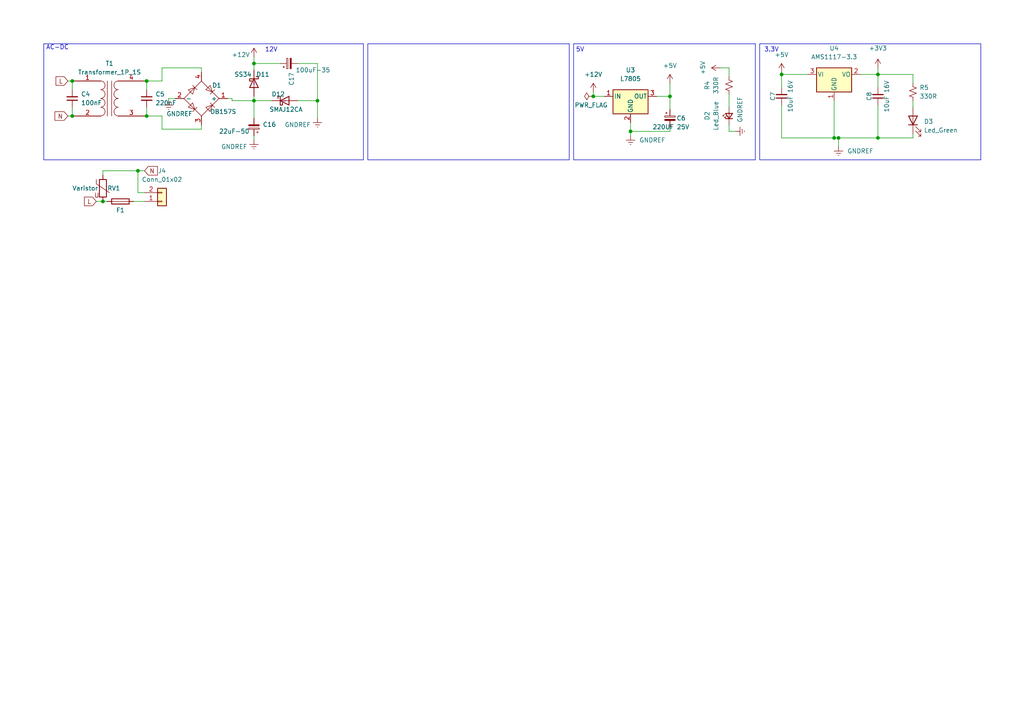
<source format=kicad_sch>
(kicad_sch (version 20230121) (generator eeschema)
  (paper "A4")
  (lib_symbols
    (symbol "Connector_Generic:Conn_01x02" (pin_names (offset 1.016) hide)
      (property "Reference" "J" (at 0 2.54 0))
      (property "Value" "Conn_01x02" (at 0 -5.08 0))
      (symbol "Conn_01x02_1_1"
        (rectangle (start -1.27 -2.413) (end 0 -2.667) (stroke (width 0.1524)))
        (rectangle (start -1.27 0.127) (end 0 -0.127) (stroke (width 0.1524)))
        (rectangle (start -1.27 1.27) (end 1.27 -3.81) (stroke (width 0.254)) (fill (type background)))
        (pin passive line (at -5.08 0 0) (length 3.81) (name "Pin_1") (number "1"))
        (pin passive line (at -5.08 -2.54 0) (length 3.81) (name "Pin_2") (number "2"))
      )
    )
    (symbol "Device:C_Polarized_Small" (pin_numbers hide) (pin_names (offset 0.254) hide)
      (property "Reference" "C" (at 0.254 1.778 0))
      (property "Value" "C_Polarized_Small" (at 0.254 -2.032 0))
      (symbol "C_Polarized_Small_0_1"
        (rectangle (start -1.524 -0.3048) (end 1.524 -0.6858) (fill (type outline)))
        (rectangle (start -1.524 0.6858) (end 1.524 0.3048))
        (polyline (pts (xy -1.27 1.524) (xy -0.762 1.524)))
        (polyline (pts (xy -1.016 1.27) (xy -1.016 1.778)))
      )
      (symbol "C_Polarized_Small_1_1"
        (pin passive line (at 0 2.54 270) (length 1.8542) (name "~") (number "1"))
        (pin passive line (at 0 -2.54 90) (length 1.8542) (name "~") (number "2"))
      )
    )
    (symbol "Device:C_Small" (pin_numbers hide) (pin_names (offset 0.254) hide)
      (property "Reference" "C" (at 0.254 1.778 0))
      (property "Value" "C_Small" (at 0.254 -2.032 0))
      (symbol "C_Small_0_1"
        (polyline (pts (xy -1.524 -0.508) (xy 1.524 -0.508)) (stroke (width 0.3302)))
        (polyline (pts (xy -1.524 0.508) (xy 1.524 0.508)) (stroke (width 0.3048)))
      )
      (symbol "C_Small_1_1"
        (pin passive line (at 0 2.54 270) (length 2.032) (name "~") (number "1"))
        (pin passive line (at 0 -2.54 90) (length 2.032) (name "~") (number "2"))
      )
    )
    (symbol "Device:D_Schottky" (pin_numbers hide) (pin_names (offset 1.016) hide)
      (property "Reference" "D" (at 0 2.54 0))
      (property "Value" "D_Schottky" (at 0 -2.54 0))
      (symbol "D_Schottky_0_1"
        (polyline (pts (xy 1.27 0) (xy -1.27 0)))
        (polyline (pts (xy 1.27 1.27) (xy 1.27 -1.27) (xy -1.27 0) (xy 1.27 1.27)) (stroke (width 0.254)))
        (polyline (pts (xy -1.905 0.635) (xy -1.905 1.27) (xy -1.27 1.27) (xy -1.27 -1.27) (xy -0.635 -1.27) (xy -0.635 -0.635)) (stroke (width 0.254)))
      )
      (symbol "D_Schottky_1_1"
        (pin passive line (at -3.81 0 0) (length 2.54) (name "K") (number "1"))
        (pin passive line (at 3.81 0 180) (length 2.54) (name "A") (number "2"))
      )
    )
    (symbol "Device:Fuse" (pin_numbers hide) (pin_names (offset 0))
      (property "Reference" "F" (at 2.032 0 90))
      (property "Value" "Fuse" (at -1.905 0 90))
      (symbol "Fuse_0_1"
        (rectangle (start -0.762 -2.54) (end 0.762 2.54) (stroke (width 0.254)))
        (polyline (pts (xy 0 2.54) (xy 0 -2.54)))
      )
      (symbol "Fuse_1_1"
        (pin passive line (at 0 3.81 270) (length 1.27) (name "~") (number "1"))
        (pin passive line (at 0 -3.81 90) (length 1.27) (name "~") (number "2"))
      )
    )
    (symbol "Device:LED" (pin_numbers hide) (pin_names (offset 1.016) hide)
      (property "Reference" "D" (at 0 2.54 0))
      (property "Value" "LED" (at 0 -2.54 0))
      (symbol "LED_0_1"
        (polyline (pts (xy -1.27 -1.27) (xy -1.27 1.27)) (stroke (width 0.254)))
        (polyline (pts (xy -1.27 0) (xy 1.27 0)))
        (polyline (pts (xy 1.27 -1.27) (xy 1.27 1.27) (xy -1.27 0) (xy 1.27 -1.27)) (stroke (width 0.254)))
        (polyline (pts (xy -3.048 -0.762) (xy -4.572 -2.286) (xy -3.81 -2.286) (xy -4.572 -2.286) (xy -4.572 -1.524)))
        (polyline (pts (xy -1.778 -0.762) (xy -3.302 -2.286) (xy -2.54 -2.286) (xy -3.302 -2.286) (xy -3.302 -1.524)))
      )
      (symbol "LED_1_1"
        (pin passive line (at -3.81 0 0) (length 2.54) (name "K") (number "1"))
        (pin passive line (at 3.81 0 180) (length 2.54) (name "A") (number "2"))
      )
    )
    (symbol "Device:LED_Small" (pin_numbers hide) (pin_names (offset 0.254) hide)
      (property "Reference" "D" (at -1.27 3.175 0))
      (property "Value" "LED_Small" (at -4.445 -2.54 0))
      (symbol "LED_Small_0_1"
        (polyline (pts (xy -0.762 -1.016) (xy -0.762 1.016)) (stroke (width 0.254)))
        (polyline (pts (xy 1.016 0) (xy -0.762 0)))
        (polyline (pts (xy 0.762 -1.016) (xy -0.762 0) (xy 0.762 1.016) (xy 0.762 -1.016)) (stroke (width 0.254)))
        (polyline (pts (xy 0 0.762) (xy -0.508 1.27) (xy -0.254 1.27) (xy -0.508 1.27) (xy -0.508 1.016)))
        (polyline (pts (xy 0.508 1.27) (xy 0 1.778) (xy 0.254 1.778) (xy 0 1.778) (xy 0 1.524)))
      )
      (symbol "LED_Small_1_1"
        (pin passive line (at -2.54 0 0) (length 1.778) (name "K") (number "1"))
        (pin passive line (at 2.54 0 180) (length 1.778) (name "A") (number "2"))
      )
    )
    (symbol "Device:R_Small_US" (pin_numbers hide) (pin_names (offset 0.254) hide)
      (property "Reference" "R" (at 0.762 0.508 0))
      (property "Value" "R_Small_US" (at 0.762 -1.016 0))
      (symbol "R_Small_US_1_1"
        (polyline (pts (xy 0 0) (xy 1.016 -0.381) (xy 0 -0.762) (xy -1.016 -1.143) (xy 0 -1.524)))
        (polyline (pts (xy 0 1.524) (xy 1.016 1.143) (xy 0 0.762) (xy -1.016 0.381) (xy 0 0)))
        (pin passive line (at 0 2.54 270) (length 1.016) (name "~") (number "1"))
        (pin passive line (at 0 -2.54 90) (length 1.016) (name "~") (number "2"))
      )
    )
    (symbol "Device:Transformer_1P_1S" (pin_names (offset 1.016) hide)
      (property "Reference" "T" (at 0 6.35 0))
      (property "Value" "Transformer_1P_1S" (at 0 -7.62 0))
      (symbol "Transformer_1P_1S_0_1"
        (arc (start -2.54 -5.0546) (mid -1.6599 -4.6901) (end -1.27 -3.81))
        (arc (start -2.54 -2.5146) (mid -1.6599 -2.1501) (end -1.27 -1.27))
        (arc (start -2.54 0.0254) (mid -1.6599 0.3899) (end -1.27 1.27))
        (arc (start -2.54 2.5654) (mid -1.6599 2.9299) (end -1.27 3.81))
        (arc (start -1.27 -3.81) (mid -1.642 -2.912) (end -2.54 -2.54))
        (arc (start -1.27 -1.27) (mid -1.642 -0.372) (end -2.54 0))
        (arc (start -1.27 1.27) (mid -1.642 2.168) (end -2.54 2.54))
        (arc (start -1.27 3.81) (mid -1.642 4.708) (end -2.54 5.08))
        (polyline (pts (xy -0.635 5.08) (xy -0.635 -5.08)))
        (polyline (pts (xy 0.635 -5.08) (xy 0.635 5.08)))
        (arc (start 1.2954 -1.27) (mid 1.6599 -2.1501) (end 2.54 -2.5146))
        (arc (start 1.2954 1.27) (mid 1.6599 0.3899) (end 2.54 0.0254))
        (arc (start 1.2954 3.81) (mid 1.6599 2.9299) (end 2.54 2.5654))
        (arc (start 1.3208 -3.81) (mid 1.6853 -4.6901) (end 2.5654 -5.0546))
        (arc (start 2.54 0) (mid 1.642 -0.372) (end 1.2954 -1.27))
        (arc (start 2.54 2.54) (mid 1.642 2.168) (end 1.2954 1.27))
        (arc (start 2.54 5.08) (mid 1.642 4.708) (end 1.2954 3.81))
        (arc (start 2.5654 -2.54) (mid 1.6674 -2.912) (end 1.3208 -3.81))
      )
      (symbol "Transformer_1P_1S_1_1"
        (pin passive line (at -10.16 5.08 0) (length 7.62) (name "AA") (number "1"))
        (pin passive line (at -10.16 -5.08 0) (length 7.62) (name "AB") (number "2"))
        (pin passive line (at 10.16 -5.08 180) (length 7.62) (name "SA") (number "3"))
        (pin passive line (at 10.16 5.08 180) (length 7.62) (name "SB") (number "4"))
      )
    )
    (symbol "Device:Varistor" (pin_numbers hide) (pin_names (offset 0))
      (property "Reference" "RV" (at 3.175 0 90))
      (property "Value" "Varistor" (at -3.175 0 90))
      (symbol "Varistor_0_0"
        (text "U" (at -1.778 -2.032 0) (effects (font (size 1.27 1.27))))
      )
      (symbol "Varistor_0_1"
        (rectangle (start -1.016 -2.54) (end 1.016 2.54) (stroke (width 0.254)))
        (polyline (pts (xy -1.905 2.54) (xy -1.905 1.27) (xy 1.905 -1.27)))
      )
      (symbol "Varistor_1_1"
        (pin passive line (at 0 3.81 270) (length 1.27) (name "~") (number "1"))
        (pin passive line (at 0 -3.81 90) (length 1.27) (name "~") (number "2"))
      )
    )
    (symbol "M3SYMBOL:Bridge_Rectifier"
      (property "Reference" "D" (at 5.08 2.54 0))
      (property "Value" "Bridge_Rectifier" (at 7.62 6.35 0))
      (symbol "Bridge_Rectifier_0_1"
        (polyline (pts (xy -2.54 3.81) (xy -1.27 2.54)))
        (polyline (pts (xy -1.27 -2.54) (xy -2.54 -3.81)))
        (polyline (pts (xy 2.54 -1.27) (xy 3.81 -2.54)))
        (polyline (pts (xy 2.54 1.27) (xy 3.81 2.54)))
        (polyline (pts (xy -3.81 2.54) (xy -2.54 1.27) (xy -1.905 3.175) (xy -3.81 2.54)))
        (polyline (pts (xy -2.54 -1.27) (xy -3.81 -2.54) (xy -1.905 -3.175) (xy -2.54 -1.27)))
        (polyline (pts (xy 1.27 2.54) (xy 2.54 3.81) (xy 3.175 1.905) (xy 1.27 2.54)))
        (polyline (pts (xy 3.175 -1.905) (xy 1.27 -2.54) (xy 2.54 -3.81) (xy 3.175 -1.905)))
        (polyline (pts (xy -5.08 0) (xy 0 -5.08) (xy 5.08 0) (xy 0 5.08) (xy -5.08 0)))
      )
      (symbol "Bridge_Rectifier_1_1"
        (pin passive line (at 7.62 0 180) (length 2.54) (name "+") (number "1"))
        (pin passive line (at -7.62 0 0) (length 2.54) (name "-") (number "2"))
        (pin passive line (at 0 -7.62 90) (length 2.54) (name "~") (number "3"))
        (pin passive line (at 0 7.62 270) (length 2.54) (name "~") (number "4"))
      )
    )
    (symbol "Regulator_Linear:L7812" (pin_names (offset 0.254))
      (property "Reference" "U" (at -3.81 3.175 0))
      (property "Value" "L7812" (at 0 3.175 0))
      (symbol "L7812_0_1"
        (rectangle (start -5.08 1.905) (end 5.08 -5.08) (stroke (width 0.254)) (fill (type background)))
      )
      (symbol "L7812_1_1"
        (pin power_in line (at -7.62 0 0) (length 2.54) (name "IN") (number "1"))
        (pin power_in line (at 0 -7.62 90) (length 2.54) (name "GND") (number "2"))
        (pin power_out line (at 7.62 0 180) (length 2.54) (name "OUT") (number "3"))
      )
    )
    (symbol "Regulator_Linear:LM1117-3.3" (pin_names (offset 0.254))
      (property "Reference" "U" (at -3.81 3.175 0))
      (property "Value" "LM1117-3.3" (at 0 3.175 0))
      (symbol "LM1117-3.3_0_1"
        (rectangle (start -5.08 -5.08) (end 5.08 1.905) (stroke (width 0.254)) (fill (type background)))
      )
      (symbol "LM1117-3.3_1_1"
        (pin power_in line (at 0 -7.62 90) (length 2.54) (name "GND") (number "1"))
        (pin power_out line (at 7.62 0 180) (length 2.54) (name "VO") (number "2"))
        (pin power_in line (at -7.62 0 0) (length 2.54) (name "VI") (number "3"))
      )
    )
    (symbol "power:+12V" (power) (pin_names (offset 0))
      (property "Value" "+12V" (at 0 3.556 0))
      (symbol "+12V_0_1"
        (polyline (pts (xy -0.762 1.27) (xy 0 2.54)))
        (polyline (pts (xy 0 0) (xy 0 2.54)))
        (polyline (pts (xy 0 2.54) (xy 0.762 1.27)))
      )
      (symbol "+12V_1_1"
        (pin power_in line (at 0 0 90) (length 0) hide (name "+12V") (number "1"))
      )
    )
    (symbol "power:+3.3V" (power) (pin_names (offset 0))
      (property "Value" "+3.3V" (at 0 3.556 0))
      (symbol "+3.3V_0_1"
        (polyline (pts (xy -0.762 1.27) (xy 0 2.54)))
        (polyline (pts (xy 0 0) (xy 0 2.54)))
        (polyline (pts (xy 0 2.54) (xy 0.762 1.27)))
      )
      (symbol "+3.3V_1_1"
        (pin power_in line (at 0 0 90) (length 0) hide (name "+3V3") (number "1"))
      )
    )
    (symbol "power:+5V" (power) (pin_names (offset 0))
      (property "Value" "+5V" (at 0 3.556 0))
      (symbol "+5V_0_1"
        (polyline (pts (xy -0.762 1.27) (xy 0 2.54)))
        (polyline (pts (xy 0 0) (xy 0 2.54)))
        (polyline (pts (xy 0 2.54) (xy 0.762 1.27)))
      )
      (symbol "+5V_1_1"
        (pin power_in line (at 0 0 90) (length 0) hide (name "+5V") (number "1"))
      )
    )
    (symbol "power:GNDREF" (power) (pin_names (offset 0))
      (property "Value" "GNDREF" (at 0 -3.81 0))
      (symbol "GNDREF_0_1"
        (polyline (pts (xy -0.635 -1.905) (xy 0.635 -1.905)))
        (polyline (pts (xy -0.127 -2.54) (xy 0.127 -2.54)))
        (polyline (pts (xy 0 -1.27) (xy 0 0)))
        (polyline (pts (xy 1.27 -1.27) (xy -1.27 -1.27)))
      )
      (symbol "GNDREF_1_1"
        (pin power_in line (at 0 0 270) (length 0) hide (name "GNDREF") (number "1"))
      )
    )
    (symbol "power:PWR_FLAG" (power) (pin_numbers hide) (pin_names (offset 0) hide)
      (property "Value" "PWR_FLAG" (at 0 3.81 0))
      (symbol "PWR_FLAG_0_0"
        (pin power_out line (at 0 0 90) (length 0) (name "pwr") (number "1"))
      )
      (symbol "PWR_FLAG_0_1"
        (polyline (pts (xy 0 0) (xy 0 1.27) (xy -1.016 1.905) (xy 0 2.54) (xy 1.016 1.905) (xy 0 1.27)))
      )
    )
  )
  (junction (at 172.085 27.94))
  (junction (at 254.635 40.005))
  (junction (at 243.205 40.005))
  (junction (at 20.955 23.495))
  (junction (at 73.66 29.21))
  (junction (at 40.005 49.53))
  (junction (at 92.075 29.21))
  (junction (at 194.31 27.94))
  (junction (at 42.545 33.655))
  (junction (at 182.88 38.1))
  (junction (at 241.935 40.005))
  (junction (at 42.545 23.495))
  (junction (at 20.955 33.655))
  (junction (at 29.845 58.42))
  (junction (at 73.66 18.415))
  (junction (at 226.695 21.59))
  (junction (at 254.635 21.59))
  (wire (pts (xy 42.545 23.495) (xy 46.99 23.495)))
  (wire (pts (xy 226.695 40.005) (xy 226.695 30.48)))
  (wire (pts (xy 19.685 23.495) (xy 20.955 23.495)))
  (wire (pts (xy 40.005 49.53) (xy 41.91 49.53)))
  (wire (pts (xy 182.88 38.1) (xy 182.88 39.37)))
  (wire (pts (xy 20.955 23.495) (xy 21.59 23.495)))
  (wire (pts (xy 194.31 27.94) (xy 194.31 31.75)))
  (wire (pts (xy 92.075 18.415) (xy 92.075 29.21)))
  (polyline (pts (xy 106.68 12.7) (xy 165.1 12.7)))
  (wire (pts (xy 264.795 29.21) (xy 264.795 31.115)))
  (polyline (pts (xy 166.37 12.7) (xy 166.37 46.355)))
  (wire (pts (xy 58.42 19.685) (xy 58.42 20.955)))
  (polyline (pts (xy 284.48 46.355) (xy 284.48 12.7)))
  (wire (pts (xy 211.455 19.685) (xy 211.455 22.225)))
  (wire (pts (xy 226.695 21.59) (xy 226.695 25.4)))
  (wire (pts (xy 172.085 26.67) (xy 172.085 27.94)))
  (wire (pts (xy 211.455 36.195) (xy 211.455 38.1)))
  (wire (pts (xy 20.955 33.655) (xy 21.59 33.655)))
  (wire (pts (xy 226.695 21.59) (xy 234.315 21.59)))
  (wire (pts (xy 19.685 33.655) (xy 20.955 33.655)))
  (wire (pts (xy 92.075 29.21) (xy 92.075 34.29)))
  (wire (pts (xy 38.735 58.42) (xy 41.91 58.42)))
  (wire (pts (xy 42.545 23.495) (xy 42.545 26.035)))
  (wire (pts (xy 20.955 31.115) (xy 20.955 33.655)))
  (polyline (pts (xy 106.68 46.355) (xy 165.1 46.355)))
  (wire (pts (xy 46.99 37.465) (xy 58.42 37.465)))
  (wire (pts (xy 42.545 33.655) (xy 46.99 33.655)))
  (wire (pts (xy 211.455 31.115) (xy 211.455 27.305)))
  (wire (pts (xy 41.91 33.655) (xy 42.545 33.655)))
  (wire (pts (xy 86.36 29.21) (xy 92.075 29.21)))
  (polyline (pts (xy 12.7 12.7) (xy 12.7 46.355)))
  (wire (pts (xy 20.955 23.495) (xy 20.955 26.035)))
  (wire (pts (xy 73.66 40.64) (xy 73.66 39.37)))
  (wire (pts (xy 254.635 30.48) (xy 254.635 40.005)))
  (polyline (pts (xy 106.68 12.7) (xy 106.68 46.355)))
  (wire (pts (xy 194.31 38.1) (xy 182.88 38.1)))
  (wire (pts (xy 182.88 35.56) (xy 182.88 38.1)))
  (wire (pts (xy 243.205 40.005) (xy 241.935 40.005)))
  (polyline (pts (xy 105.41 46.355) (xy 105.41 12.7)))
  (polyline (pts (xy 166.37 46.355) (xy 219.075 46.355)))
  (wire (pts (xy 264.795 21.59) (xy 264.795 24.13)))
  (wire (pts (xy 40.005 49.53) (xy 40.005 55.88)))
  (wire (pts (xy 254.635 40.005) (xy 243.205 40.005)))
  (wire (pts (xy 40.005 55.88) (xy 41.91 55.88)))
  (polyline (pts (xy 12.7 12.7) (xy 13.335 12.7)))
  (wire (pts (xy 67.31 29.21) (xy 73.66 29.21)))
  (wire (pts (xy 27.94 58.42) (xy 29.845 58.42)))
  (wire (pts (xy 254.635 21.59) (xy 254.635 25.4)))
  (wire (pts (xy 264.795 38.735) (xy 264.795 40.005)))
  (wire (pts (xy 73.66 18.415) (xy 73.66 20.32)))
  (wire (pts (xy 73.66 18.415) (xy 81.28 18.415)))
  (wire (pts (xy 226.695 20.955) (xy 226.695 21.59)))
  (polyline (pts (xy 220.345 12.7) (xy 220.345 46.355)))
  (wire (pts (xy 241.935 40.005) (xy 226.695 40.005)))
  (polyline (pts (xy 12.7 46.355) (xy 105.41 46.355)))
  (wire (pts (xy 46.99 23.495) (xy 46.99 19.685)))
  (wire (pts (xy 73.66 29.21) (xy 73.66 34.29)))
  (wire (pts (xy 48.895 28.575) (xy 50.8 28.575)))
  (wire (pts (xy 243.205 40.005) (xy 243.205 42.545)))
  (polyline (pts (xy 220.345 12.7) (xy 284.48 12.7)))
  (wire (pts (xy 241.935 29.21) (xy 241.935 40.005)))
  (polyline (pts (xy 220.345 46.355) (xy 284.48 46.355)))
  (polyline (pts (xy 166.37 12.7) (xy 219.075 12.7)))
  (polyline (pts (xy 13.335 12.7) (xy 105.41 12.7)))
  (wire (pts (xy 172.085 27.94) (xy 175.26 27.94)))
  (polyline (pts (xy 219.075 46.355) (xy 219.075 12.7)))
  (wire (pts (xy 254.635 21.59) (xy 249.555 21.59)))
  (wire (pts (xy 29.845 58.42) (xy 31.115 58.42)))
  (wire (pts (xy 46.99 33.655) (xy 46.99 37.465)))
  (wire (pts (xy 194.31 36.83) (xy 194.31 38.1)))
  (wire (pts (xy 73.66 29.21) (xy 78.74 29.21)))
  (wire (pts (xy 254.635 19.685) (xy 254.635 21.59)))
  (wire (pts (xy 254.635 21.59) (xy 264.795 21.59)))
  (wire (pts (xy 73.66 27.94) (xy 73.66 29.21)))
  (wire (pts (xy 194.31 24.13) (xy 194.31 27.94)))
  (wire (pts (xy 48.895 29.21) (xy 48.895 28.575)))
  (wire (pts (xy 67.31 29.21) (xy 67.31 28.575)))
  (wire (pts (xy 58.42 36.195) (xy 58.42 37.465)))
  (wire (pts (xy 264.795 40.005) (xy 254.635 40.005)))
  (wire (pts (xy 208.915 19.685) (xy 211.455 19.685)))
  (wire (pts (xy 46.99 19.685) (xy 58.42 19.685)))
  (wire (pts (xy 86.36 18.415) (xy 92.075 18.415)))
  (polyline (pts (xy 165.1 46.355) (xy 165.1 12.7)))
  (wire (pts (xy 211.455 38.1) (xy 213.36 38.1)))
  (wire (pts (xy 41.91 23.495) (xy 42.545 23.495)))
  (wire (pts (xy 73.66 16.51) (xy 73.66 18.415)))
  (wire (pts (xy 29.845 49.53) (xy 40.005 49.53)))
  (wire (pts (xy 29.845 50.8) (xy 29.845 49.53)))
  (wire (pts (xy 42.545 31.115) (xy 42.545 33.655)))
  (wire (pts (xy 67.31 28.575) (xy 66.04 28.575)))
  (wire (pts (xy 194.31 27.94) (xy 190.5 27.94)))
  (text "AC-DC" (at 13.335 14.605 0) (effects (font (size 1.27 1.27)) (justify left bottom)))
  (text "5V" (at 167.005 15.24 0) (effects (font (size 1.27 1.27)) (justify left bottom)))
  (text "3.3V" (at 221.615 15.24 0) (effects (font (size 1.27 1.27)) (justify left bottom)))
  (text "12V" (at 76.835 15.24 0) (effects (font (size 1.27 1.27)) (justify left bottom)))
  (global_label "L" (shape input) (at 19.685 23.495 180) (property "Intersheetrefs" "${INTERSHEET_REFS}" (effects hide)))
  (global_label "L" (shape input) (at 27.94 58.42 180) (property "Intersheetrefs" "${INTERSHEET_REFS}" (effects hide)))
  (global_label "N" (shape input) (at 19.685 33.655 180) (property "Intersheetrefs" "${INTERSHEET_REFS}" (effects hide)))
  (global_label "N" (shape input) (at 41.91 49.53 0) (property "Intersheetrefs" "${INTERSHEET_REFS}" (effects hide)))
  (symbol (lib_id "Device:C_Small") (at 42.545 28.575 0) (unit 1)
    (property "Reference" "C5" (at 45.085 27.3112 0) (effects (justify left)))
    (property "Value" "220nF" (at 45.085 29.8512 0) (effects (justify left)))
    (property "Footprint" "Capacitor_THT:C_Rect_L13.0mm_W8.0mm_P10.00mm_FKS3_FKP3_MKS4" (effects hide))
    (property "Link" "https://www.ozdisan.com/pasif-komponentler/kondansatorler/film-kondansatorler/224K310V" (effects hide))
  )
  (symbol (lib_id "Device:D_Schottky") (at 73.66 24.13 270) (unit 1)
    (property "Reference" "D11" (at 74.295 21.59 90) (effects (justify left)))
    (property "Value" "SS34" (at 67.945 21.59 90) (effects (justify left)))
    (property "Footprint" "Diode_SMD:D_SMB" (effects hide))
    (property "Datasheet" "~" (at 73.66 24.13 0))
    (property "Link" "SS34" (effects hide))
    (instances (project "esp_automation" (path "" (reference "D11") (unit 1))) (project "Cold_Room_Controller" (path "" (reference "D9") (unit 1))))
  )
  (symbol (lib_id "Device:D_Schottky") (at 82.55 29.21 0) (unit 1)
    (property "Reference" "D12" (at 78.74 27.305 0) (effects (justify left)))
    (property "Value" "SMAJ12CA" (at 78.105 31.75 0) (effects (justify left)))
    (property "Footprint" "Diode_SMD:D_SMB" (effects hide))
    (property "Datasheet" "~" (at 82.55 29.21 0))
    (property "Link" "SS34" (effects hide))
  )
  (symbol (lib_id "power:+12V") (at 73.66 16.51 0) (unit 1)
    (property "Reference" "#PWR035" (effects hide))
    (property "Value" "+12V" (at 69.85 15.875 0))
    (instances (project "esp_automation" (path "" (reference "#PWR035") (unit 1))) (project "Cold_Room_Controller" (path "" (reference "#PWR021") (unit 1))))
  )
  (symbol (lib_id "Device:C_Polarized_Small") (at 83.82 18.415 90) (unit 1)
    (property "Reference" "C17" (at 84.544 20.955 0) (effects (justify right)))
    (property "Value" "100uF-35" (at 85.725 20.32 90) (effects (justify right)))
    (property "Footprint" "Capacitor_SMD:CP_Elec_6.3x7.7" (effects hide))
  )
  (symbol (lib_id "Device:C_Small") (at 254.635 27.94 180) (unit 1)
    (property "Reference" "C8" (at 252.095 27.94 90))
    (property "Value" "10uF 16V" (at 257.175 27.94 90))
    (property "Footprint" "Capacitor_SMD:C_0805_2012Metric" (effects hide))
    (property "LİNK1" "CL21A106KOQNNNE" (effects hide))
  )
  (symbol (lib_id "power:GNDREF") (at 213.36 38.1 90) (unit 1)
    (property "Reference" "#PWR022" (effects hide))
    (property "Value" "GNDREF" (at 214.6299 35.56 0) (effects (justify left)))
  )
  (symbol (lib_id "power:+12V") (at 172.085 26.67 0) (unit 1)
    (property "Reference" "#PWR018" (effects hide))
    (property "Value" "+12V" (at 172.085 21.59 0))
  )
  (symbol (lib_id "Regulator_Linear:LM1117-3.3") (at 241.935 21.59 0) (unit 1)
    (property "Reference" "U4" (at 241.935 13.97 0))
    (property "Value" "AMS1117-3.3" (at 241.935 16.51 0))
    (property "Footprint" "Package_TO_SOT_SMD:SOT-223-3_TabPin2" (effects hide))
    (property "Datasheet" "http://www.ti.com/lit/ds/symlink/lm1117.pdf" (effects hide))
    (property "LİNK1" "https://ozdisan.com/entegre-devreler-ics/guc-entegreleri/lineer-voltaj-regulatorleri/LM1117GS-3-3-HTC" (effects hide))
  )
  (symbol (lib_id "power:GNDREF") (at 243.205 42.545 0) (unit 1)
    (property "Reference" "#PWR024" (effects hide))
    (property "Value" "GNDREF" (at 245.745 43.8149 0) (effects (justify left)))
  )
  (symbol (lib_id "Device:Varistor") (at 29.845 54.61 0) (unit 1)
    (property "Reference" "RV1" (at 31.115 54.61 0) (effects (justify left)))
    (property "Value" "Varistor" (at 20.955 54.61 0) (effects (justify left)))
    (property "Footprint" "Varistor:RV_Disc_D12mm_W5mm_P7.5mm" (effects hide))
  )
  (symbol (lib_id "power:+3.3V") (at 254.635 19.685 0) (unit 1)
    (property "Reference" "#PWR025" (effects hide))
    (property "Value" "+3.3V" (at 254.635 13.97 0))
  )
  (symbol (lib_id "M3SYMBOL:Bridge_Rectifier") (at 58.42 28.575 0) (unit 1)
    (property "Reference" "D1" (at 62.865 24.765 0))
    (property "Value" "DB157S" (at 64.77 32.385 0))
    (property "Footprint" "Package_TO_SOT_SMD:TO-269AA" (effects hide))
  )
  (symbol (lib_id "power:+5V") (at 208.915 19.685 90) (unit 1)
    (property "Reference" "#PWR021" (effects hide))
    (property "Value" "+5V" (at 203.835 19.685 0))
  )
  (symbol (lib_id "Device:C_Polarized_Small") (at 73.66 36.83 180) (unit 1)
    (property "Reference" "C16" (at 76.2 36.106 0) (effects (justify right)))
    (property "Value" "22uF-50" (at 63.5 38.1 0) (effects (justify right)))
    (property "Footprint" "Capacitor_SMD:CP_Elec_6.3x7.7" (effects hide))
  )
  (symbol (lib_id "Device:LED_Small") (at 211.455 33.655 90) (unit 1)
    (property "Reference" "D2" (at 205.105 33.5915 0))
    (property "Value" "Led_Blue" (at 207.645 33.5915 0))
    (property "Footprint" "LED_SMD:LED_0805_2012Metric" (effects hide))
  )
  (symbol (lib_id "power:PWR_FLAG") (at 172.085 27.94 90) (unit 1)
    (property "Reference" "#FLG02" (effects hide))
    (property "Value" "PWR_FLAG" (at 171.45 30.48 90))
  )
  (symbol (lib_id "Device:C_Small") (at 226.695 27.94 180) (unit 1)
    (property "Reference" "C7" (at 224.155 27.94 90))
    (property "Value" "10uF 16V" (at 229.235 27.94 90))
    (property "Footprint" "Capacitor_SMD:C_0805_2012Metric" (effects hide))
    (property "LİNK1" "CL21A106KOQNNNE" (effects hide))
  )
  (symbol (lib_id "power:+5V") (at 194.31 24.13 0) (unit 1)
    (property "Reference" "#PWR020" (effects hide))
    (property "Value" "+5V" (at 194.31 19.05 0))
  )
  (symbol (lib_id "power:GNDREF") (at 48.895 29.21 0) (unit 1)
    (property "Reference" "#PWR016" (effects hide))
    (property "Value" "GNDREF" (at 48.26 33.02 0) (effects (justify left)))
  )
  (symbol (lib_id "power:GNDREF") (at 182.88 39.37 0) (unit 1)
    (property "Reference" "#PWR019" (effects hide))
    (property "Value" "GNDREF" (at 185.42 40.6399 0) (effects (justify left)))
  )
  (symbol (lib_id "Device:R_Small_US") (at 264.795 26.67 180) (unit 1)
    (property "Reference" "R5" (at 266.7 25.3999 0) (effects (justify right)))
    (property "Value" "330R" (at 266.7 27.9399 0) (effects (justify right)))
    (property "Footprint" "Resistor_SMD:R_0805_2012Metric" (effects hide))
    (property "LİNK1" "https://ozdisan.com/p/smt-smd-ve-cip-direncler-107?sortOrder=priceSK_asc&IsNew=false&IsOpportunity=false&SearchText=3.3K%200603" (effects hide))
  )
  (symbol (lib_id "power:GNDREF") (at 92.075 34.29 0) (unit 1)
    (property "Reference" "#PWR037" (effects hide))
    (property "Value" "GNDREF" (at 82.55 36.195 0) (effects (justify left)))
    (instances (project "esp_automation" (path "" (reference "#PWR037") (unit 1))) (project "Cold_Room_Controller" (path "" (reference "#PWR0107") (unit 1))))
  )
  (symbol (lib_id "Device:Transformer_1P_1S") (at 31.75 28.575 0) (unit 1)
    (property "Reference" "T1" (at 31.7627 18.415 0))
    (property "Value" "Transformer_1P_1S" (at 31.7627 20.955 0))
    (property "Footprint" "gkhnmlym:ASLAN220-12VAC" (effects hide))
  )
  (symbol (lib_id "Device:C_Polarized_Small") (at 194.31 34.29 0) (unit 1)
    (property "Reference" "C6" (at 196.215 34.29 0) (effects (justify left)))
    (property "Value" "220UF 25V" (at 189.23 36.83 0) (effects (justify left)))
    (property "Footprint" "Capacitor_SMD:CP_Elec_8x10.5" (effects hide))
  )
  (symbol (lib_id "Connector_Generic:Conn_01x02") (at 46.99 58.42 0) (mirror x) (unit 1)
    (property "Reference" "J4" (at 46.99 49.53 0))
    (property "Value" "Conn_01x02" (at 46.99 52.07 0))
    (property "Footprint" "TerminalBlock_Phoenix:TerminalBlock_Phoenix_MKDS-1,5-2-5.08_1x02_P5.08mm_Horizontal" (effects hide))
  )
  (symbol (lib_id "Regulator_Linear:L7812") (at 182.88 27.94 0) (unit 1)
    (property "Reference" "U3" (at 182.88 20.32 0))
    (property "Value" "L7805" (at 182.88 22.86 0))
    (property "Footprint" "Package_TO_SOT_SMD:TO-252-2" (effects hide))
    (property "Datasheet" "http://www.st.com/content/ccc/resource/technical/document/datasheet/41/4f/b3/b0/12/d4/47/88/CD00000444.pdf/files/CD00000444.pdf/jcr:content/translations/en.CD00000444.pdf" (effects hide))
  )
  (symbol (lib_id "Device:LED") (at 264.795 34.925 90) (unit 1)
    (property "Reference" "D3" (at 267.97 35.2424 90) (effects (justify right)))
    (property "Value" "Led_Green" (at 267.97 37.7824 90) (effects (justify right)))
    (property "Footprint" "LED_SMD:LED_0805_2012Metric" (effects hide))
    (property "LİNK1" "https://ozdisan.com/led-ve-aydinlatma-cozumleri/led-komponentler/sinyal-ledler-renkli/17-21G6C-FM1N2B3T" (effects hide))
  )
  (symbol (lib_id "Device:C_Small") (at 20.955 28.575 180) (unit 1)
    (property "Reference" "C4" (at 23.495 27.2985 0) (effects (justify right)))
    (property "Value" "100nF" (at 23.495 29.8385 0) (effects (justify right)))
    (property "Footprint" "Capacitor_THT:C_Rect_L18.0mm_W6.0mm_P15.00mm_FKS3_FKP3" (effects hide))
    (property "Link" "https://www.ozdisan.com/pasif-komponentler/kondansatorler/film-kondansatorler/C42Q2104K6SA605" (effects hide))
  )
  (symbol (lib_id "Device:R_Small_US") (at 211.455 24.765 180) (unit 1)
    (property "Reference" "R4" (at 205.105 24.765 90))
    (property "Value" "330R" (at 207.645 24.765 90))
    (property "Footprint" "Resistor_SMD:R_0805_2012Metric" (effects hide))
  )
  (symbol (lib_id "power:+5V") (at 226.695 20.955 0) (unit 1)
    (property "Reference" "#PWR023" (effects hide))
    (property "Value" "+5V" (at 226.695 15.875 0))
  )
  (symbol (lib_id "Device:Fuse") (at 34.925 58.42 90) (unit 1)
    (property "Reference" "F1" (at 34.925 60.96 90))
    (property "Value" "MFS1630A - FUSE 6.3A 250V" (effects hide))
    (property "Footprint" "Fuse:Fuse_Littelfuse_395Series" (effects hide))
    (property "LİNK1" "https://ozdisan.com/devre-koruyucular/sigorta-bilesenleri/sigortalar/MFS1630A" (effects hide))
  )
  (symbol (lib_id "power:GNDREF") (at 73.66 40.64 0) (unit 1)
    (property "Reference" "#PWR036" (effects hide))
    (property "Value" "GNDREF" (at 64.135 42.545 0) (effects (justify left)))
    (instances (project "esp_automation" (path "" (reference "#PWR036") (unit 1))) (project "Cold_Room_Controller" (path "" (reference "#PWR0106") (unit 1))))
  )
)
</source>
